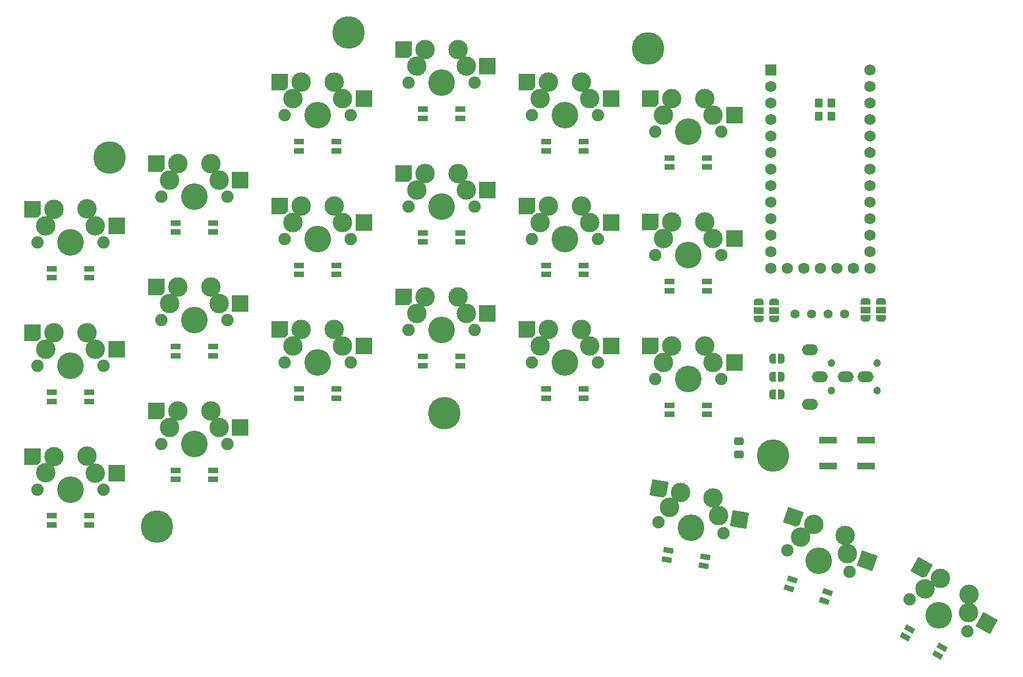
<source format=gts>
G04 #@! TF.GenerationSoftware,KiCad,Pcbnew,8.0.1*
G04 #@! TF.CreationDate,2024-05-31T00:09:47+02:00*
G04 #@! TF.ProjectId,cornia,636f726e-6961-42e6-9b69-6361645f7063,rev?*
G04 #@! TF.SameCoordinates,Original*
G04 #@! TF.FileFunction,Soldermask,Top*
G04 #@! TF.FilePolarity,Negative*
%FSLAX46Y46*%
G04 Gerber Fmt 4.6, Leading zero omitted, Abs format (unit mm)*
G04 Created by KiCad (PCBNEW 8.0.1) date 2024-05-31 00:09:47*
%MOMM*%
%LPD*%
G01*
G04 APERTURE LIST*
G04 Aperture macros list*
%AMRoundRect*
0 Rectangle with rounded corners*
0 $1 Rounding radius*
0 $2 $3 $4 $5 $6 $7 $8 $9 X,Y pos of 4 corners*
0 Add a 4 corners polygon primitive as box body*
4,1,4,$2,$3,$4,$5,$6,$7,$8,$9,$2,$3,0*
0 Add four circle primitives for the rounded corners*
1,1,$1+$1,$2,$3*
1,1,$1+$1,$4,$5*
1,1,$1+$1,$6,$7*
1,1,$1+$1,$8,$9*
0 Add four rect primitives between the rounded corners*
20,1,$1+$1,$2,$3,$4,$5,0*
20,1,$1+$1,$4,$5,$6,$7,0*
20,1,$1+$1,$6,$7,$8,$9,0*
20,1,$1+$1,$8,$9,$2,$3,0*%
%AMRotRect*
0 Rectangle, with rotation*
0 The origin of the aperture is its center*
0 $1 length*
0 $2 width*
0 $3 Rotation angle, in degrees counterclockwise*
0 Add horizontal line*
21,1,$1,$2,0,0,$3*%
%AMOutline5P*
0 Free polygon, 5 corners , with rotation*
0 The origin of the aperture is its center*
0 number of corners: always 5*
0 $1 to $10 corner X, Y*
0 $11 Rotation angle, in degrees counterclockwise*
0 create outline with 5 corners*
4,1,5,$1,$2,$3,$4,$5,$6,$7,$8,$9,$10,$1,$2,$11*%
%AMOutline6P*
0 Free polygon, 6 corners , with rotation*
0 The origin of the aperture is its center*
0 number of corners: always 6*
0 $1 to $12 corner X, Y*
0 $13 Rotation angle, in degrees counterclockwise*
0 create outline with 6 corners*
4,1,6,$1,$2,$3,$4,$5,$6,$7,$8,$9,$10,$11,$12,$1,$2,$13*%
%AMOutline7P*
0 Free polygon, 7 corners , with rotation*
0 The origin of the aperture is its center*
0 number of corners: always 7*
0 $1 to $14 corner X, Y*
0 $15 Rotation angle, in degrees counterclockwise*
0 create outline with 7 corners*
4,1,7,$1,$2,$3,$4,$5,$6,$7,$8,$9,$10,$11,$12,$13,$14,$1,$2,$15*%
%AMOutline8P*
0 Free polygon, 8 corners , with rotation*
0 The origin of the aperture is its center*
0 number of corners: always 8*
0 $1 to $16 corner X, Y*
0 $17 Rotation angle, in degrees counterclockwise*
0 create outline with 8 corners*
4,1,8,$1,$2,$3,$4,$5,$6,$7,$8,$9,$10,$11,$12,$13,$14,$15,$16,$1,$2,$17*%
%AMFreePoly0*
4,1,19,0.550000,-0.750000,0.000000,-0.750000,0.000000,-0.744911,-0.071157,-0.744911,-0.207708,-0.704816,-0.327430,-0.627875,-0.420627,-0.520320,-0.479746,-0.390866,-0.500000,-0.250000,-0.500000,0.250000,-0.479746,0.390866,-0.420627,0.520320,-0.327430,0.627875,-0.207708,0.704816,-0.071157,0.744911,0.000000,0.744911,0.000000,0.750000,0.550000,0.750000,0.550000,-0.750000,0.550000,-0.750000,
$1*%
%AMFreePoly1*
4,1,19,0.000000,0.744911,0.071157,0.744911,0.207708,0.704816,0.327430,0.627875,0.420627,0.520320,0.479746,0.390866,0.500000,0.250000,0.500000,-0.250000,0.479746,-0.390866,0.420627,-0.520320,0.327430,-0.627875,0.207708,-0.704816,0.071157,-0.744911,0.000000,-0.744911,0.000000,-0.750000,-0.550000,-0.750000,-0.550000,0.750000,0.000000,0.750000,0.000000,0.744911,0.000000,0.744911,
$1*%
%AMFreePoly2*
4,1,19,0.500000,-0.750000,0.000000,-0.750000,0.000000,-0.744911,-0.071157,-0.744911,-0.207708,-0.704816,-0.327430,-0.627875,-0.420627,-0.520320,-0.479746,-0.390866,-0.500000,-0.250000,-0.500000,0.250000,-0.479746,0.390866,-0.420627,0.520320,-0.327430,0.627875,-0.207708,0.704816,-0.071157,0.744911,0.000000,0.744911,0.000000,0.750000,0.500000,0.750000,0.500000,-0.750000,0.500000,-0.750000,
$1*%
%AMFreePoly3*
4,1,19,0.000000,0.744911,0.071157,0.744911,0.207708,0.704816,0.327430,0.627875,0.420627,0.520320,0.479746,0.390866,0.500000,0.250000,0.500000,-0.250000,0.479746,-0.390866,0.420627,-0.520320,0.327430,-0.627875,0.207708,-0.704816,0.071157,-0.744911,0.000000,-0.744911,0.000000,-0.750000,-0.500000,-0.750000,-0.500000,0.750000,0.000000,0.750000,0.000000,0.744911,0.000000,0.744911,
$1*%
G04 Aperture macros list end*
%ADD10C,1.900000*%
%ADD11C,3.000000*%
%ADD12C,4.100000*%
%ADD13R,2.550000X2.500000*%
%ADD14Outline5P,-1.275000X0.800000X-0.825000X1.250000X1.275000X1.250000X1.275000X-1.250000X-1.275000X-1.250000X180.000000*%
%ADD15R,1.540000X0.825000*%
%ADD16R,1.540000X0.822500*%
%ADD17R,2.800000X1.000000*%
%ADD18RotRect,1.540000X0.825000X150.970000*%
%ADD19RotRect,1.540000X0.822500X150.970000*%
%ADD20RotRect,2.550000X2.500000X150.970000*%
%ADD21Outline5P,-1.275000X0.800000X-0.825000X1.250000X1.275000X1.250000X1.275000X-1.250000X-1.275000X-1.250000X150.970000*%
%ADD22C,5.000000*%
%ADD23FreePoly0,90.000000*%
%ADD24R,1.500000X1.000000*%
%ADD25FreePoly1,90.000000*%
%ADD26FreePoly2,0.000000*%
%ADD27FreePoly3,0.000000*%
%ADD28RotRect,1.540000X0.825000X170.170000*%
%ADD29RotRect,1.540000X0.822500X170.170000*%
%ADD30RotRect,2.550000X2.500000X160.570000*%
%ADD31Outline5P,-1.275000X0.800000X-0.825000X1.250000X1.275000X1.250000X1.275000X-1.250000X-1.275000X-1.250000X160.570000*%
%ADD32C,1.400000*%
%ADD33C,1.200000*%
%ADD34O,2.500000X1.700000*%
%ADD35RotRect,1.540000X0.825000X160.570000*%
%ADD36RotRect,1.540000X0.822500X160.570000*%
%ADD37RoundRect,0.250000X0.350000X0.450000X-0.350000X0.450000X-0.350000X-0.450000X0.350000X-0.450000X0*%
%ADD38RoundRect,0.250000X-0.475000X0.337500X-0.475000X-0.337500X0.475000X-0.337500X0.475000X0.337500X0*%
%ADD39RotRect,2.550000X2.500000X170.171000*%
%ADD40Outline5P,-1.275000X0.800000X-0.825000X1.250000X1.275000X1.250000X1.275000X-1.250000X-1.275000X-1.250000X170.171000*%
%ADD41R,1.752600X1.752600*%
%ADD42C,1.752600*%
G04 APERTURE END LIST*
D10*
X25088600Y-92688750D03*
D11*
X26368600Y-90138750D03*
X27628600Y-87608750D03*
D12*
X30168600Y-92688750D03*
D11*
X32710912Y-87588750D03*
X33978600Y-90148750D03*
D10*
X35248600Y-92688750D03*
D13*
X37253600Y-90148750D03*
D14*
X24326600Y-87608750D03*
D10*
X120088600Y-75688750D03*
D11*
X121368600Y-73138750D03*
X122628600Y-70608750D03*
D12*
X125168600Y-75688750D03*
D11*
X127710912Y-70588750D03*
X128978600Y-73148750D03*
D10*
X130248600Y-75688750D03*
D13*
X132253600Y-73148750D03*
D14*
X119326600Y-70608750D03*
D15*
X27288600Y-79138750D03*
X27288600Y-77738750D03*
X33048600Y-77738750D03*
D16*
X33048600Y-79140000D03*
D10*
X25088600Y-73688750D03*
D11*
X26368600Y-71138750D03*
X27628600Y-68608750D03*
D12*
X30168600Y-73688750D03*
D11*
X32710912Y-68588750D03*
X33978600Y-71148750D03*
D10*
X35248600Y-73688750D03*
D13*
X37253600Y-71148750D03*
D14*
X24326600Y-68608750D03*
D17*
X152468600Y-89088750D03*
X146668600Y-89088750D03*
X152468600Y-85088750D03*
X146668600Y-85088750D03*
D18*
X158475718Y-115366473D03*
X159155093Y-114142361D03*
X164191440Y-116937501D03*
D19*
X163511458Y-118162706D03*
D15*
X46288600Y-53138750D03*
X46288600Y-51738750D03*
X52048600Y-51738750D03*
D16*
X52048600Y-53140000D03*
D10*
X159196822Y-109533591D03*
D11*
X161553442Y-107925101D03*
X163882870Y-106324393D03*
D12*
X163638600Y-111998750D03*
D11*
X168336375Y-108773186D03*
X168202513Y-111626730D03*
D10*
X168080378Y-114463909D03*
D20*
X171066061Y-113215981D03*
D21*
X160995714Y-104722039D03*
D22*
X87668600Y-80938750D03*
D15*
X103288600Y-78638750D03*
X103288600Y-77238750D03*
X109048600Y-77238750D03*
D16*
X109048600Y-78640000D03*
D23*
X138368600Y-66488750D03*
D24*
X138368600Y-65188750D03*
D25*
X138368600Y-63888750D03*
D26*
X138118600Y-78088750D03*
D27*
X139418600Y-78088750D03*
D22*
X72918600Y-22438750D03*
D23*
X154768600Y-66388750D03*
D24*
X154768600Y-65088750D03*
D25*
X154768600Y-63788750D03*
D15*
X84288600Y-73638750D03*
X84288600Y-72238750D03*
X90048600Y-72238750D03*
D16*
X90048600Y-73640000D03*
D15*
X122288600Y-43138750D03*
X122288600Y-41738750D03*
X128048600Y-41738750D03*
D16*
X128048600Y-43140000D03*
D22*
X138168600Y-87438750D03*
D28*
X121810429Y-103457048D03*
X122049444Y-102077602D03*
X127724879Y-103060980D03*
D29*
X127485650Y-104441658D03*
D10*
X82088600Y-30188750D03*
D11*
X83368600Y-27638750D03*
X84628600Y-25108750D03*
D12*
X87168600Y-30188750D03*
D11*
X89710912Y-25088750D03*
X90978600Y-27648750D03*
D10*
X92248600Y-30188750D03*
D13*
X94253600Y-27648750D03*
D14*
X81326600Y-25108750D03*
D15*
X65288600Y-59638750D03*
X65288600Y-58238750D03*
X71048600Y-58238750D03*
D16*
X71048600Y-59640000D03*
D10*
X140377913Y-101998863D03*
D11*
X142433285Y-100019887D03*
X144463144Y-98053119D03*
D12*
X145168600Y-103688750D03*
D11*
X149262664Y-99724915D03*
X149606559Y-102560822D03*
D10*
X149959287Y-105378637D03*
D30*
X152695043Y-103650267D03*
D31*
X141349197Y-96954693D03*
D10*
X63088600Y-35188750D03*
D11*
X64368600Y-32638750D03*
X65628600Y-30108750D03*
D12*
X68168600Y-35188750D03*
D11*
X70710912Y-30088750D03*
X71978600Y-32648750D03*
D10*
X73248600Y-35188750D03*
D13*
X75253600Y-32648750D03*
D14*
X62326600Y-30108750D03*
D10*
X82088600Y-68188750D03*
D11*
X83368600Y-65638750D03*
X84628600Y-63108750D03*
D12*
X87168600Y-68188750D03*
D11*
X89710912Y-63088750D03*
X90978600Y-65648750D03*
D10*
X92248600Y-68188750D03*
D13*
X94253600Y-65648750D03*
D14*
X81326600Y-63108750D03*
D32*
X141588600Y-65708750D03*
X144128600Y-65708750D03*
X146668600Y-65708750D03*
X149208600Y-65708750D03*
D22*
X36168600Y-41688750D03*
D10*
X44088600Y-85688750D03*
D11*
X45368600Y-83138750D03*
X46628600Y-80608750D03*
D12*
X49168600Y-85688750D03*
D11*
X51710912Y-80588750D03*
X52978600Y-83148750D03*
D10*
X54248600Y-85688750D03*
D13*
X56253600Y-83148750D03*
D14*
X43326600Y-80608750D03*
D33*
X154168600Y-73288750D03*
X147168600Y-73288750D03*
X154168600Y-77488750D03*
X147168600Y-77488750D03*
D34*
X145368600Y-75388750D03*
X149368600Y-75388750D03*
X152368600Y-75388750D03*
X143868600Y-71188750D03*
X143868600Y-79588750D03*
D26*
X138118600Y-75338750D03*
D27*
X139418600Y-75338750D03*
D15*
X84288600Y-54638750D03*
X84288600Y-53238750D03*
X90048600Y-53238750D03*
D16*
X90048600Y-54640000D03*
D10*
X120088600Y-37688750D03*
D11*
X121368600Y-35138750D03*
X122628600Y-32608750D03*
D12*
X125168600Y-37688750D03*
D11*
X127710912Y-32588750D03*
X128978600Y-35148750D03*
D10*
X130248600Y-37688750D03*
D13*
X132253600Y-35148750D03*
D14*
X119326600Y-32608750D03*
D15*
X122288600Y-81138750D03*
X122288600Y-79738750D03*
X128048600Y-79738750D03*
D16*
X128048600Y-81140000D03*
D35*
X140639651Y-107870319D03*
X141105367Y-106550051D03*
X146537327Y-108466143D03*
D36*
X146071195Y-109787590D03*
D15*
X65288600Y-78638750D03*
X65288600Y-77238750D03*
X71048600Y-77238750D03*
D16*
X71048600Y-78640000D03*
D37*
X147168600Y-33288750D03*
X145168600Y-33288750D03*
D38*
X132968600Y-85251250D03*
X132968600Y-87326250D03*
D10*
X63088600Y-54188750D03*
D11*
X64368600Y-51638750D03*
X65628600Y-49108750D03*
D12*
X68168600Y-54188750D03*
D11*
X70710912Y-49088750D03*
X71978600Y-51648750D03*
D10*
X73248600Y-54188750D03*
D13*
X75253600Y-51648750D03*
D14*
X62326600Y-49108750D03*
D10*
X101088600Y-73188750D03*
D11*
X102368600Y-70638750D03*
X103628600Y-68108750D03*
D12*
X106168600Y-73188750D03*
D11*
X108710912Y-68088750D03*
X109978600Y-70648750D03*
D10*
X111248600Y-73188750D03*
D13*
X113253600Y-70648750D03*
D14*
X100326600Y-68108750D03*
D15*
X65288600Y-40638750D03*
X65288600Y-39238750D03*
X71048600Y-39238750D03*
D16*
X71048600Y-40640000D03*
D10*
X101088600Y-35188750D03*
D11*
X102368600Y-32638750D03*
X103628600Y-30108750D03*
D12*
X106168600Y-35188750D03*
D11*
X108710912Y-30088750D03*
X109978600Y-32648750D03*
D10*
X111248600Y-35188750D03*
D13*
X113253600Y-32648750D03*
D14*
X100326600Y-30108750D03*
D10*
X120573166Y-97711552D03*
D11*
X122269684Y-95417489D03*
X123943081Y-93139717D03*
D12*
X125578600Y-98578750D03*
D11*
X128954207Y-93987603D03*
X129766274Y-96726431D03*
D10*
X130584034Y-99445948D03*
D39*
X132993203Y-97285501D03*
D40*
X120689549Y-92576039D03*
D10*
X120088600Y-56688750D03*
D11*
X121368600Y-54138750D03*
X122628600Y-51608750D03*
D12*
X125168600Y-56688750D03*
D11*
X127710912Y-51588750D03*
X128978600Y-54148750D03*
D10*
X130248600Y-56688750D03*
D13*
X132253600Y-54148750D03*
D14*
X119326600Y-51608750D03*
D10*
X25088600Y-54688750D03*
D11*
X26368600Y-52138750D03*
X27628600Y-49608750D03*
D12*
X30168600Y-54688750D03*
D11*
X32710912Y-49588750D03*
X33978600Y-52148750D03*
D10*
X35248600Y-54688750D03*
D13*
X37253600Y-52148750D03*
D14*
X24326600Y-49608750D03*
D26*
X138118600Y-72588750D03*
D27*
X139418600Y-72588750D03*
D15*
X103288600Y-59638750D03*
X103288600Y-58238750D03*
X109048600Y-58238750D03*
D16*
X109048600Y-59640000D03*
D22*
X43418600Y-98438750D03*
D10*
X44088600Y-66688750D03*
D11*
X45368600Y-64138750D03*
X46628600Y-61608750D03*
D12*
X49168600Y-66688750D03*
D11*
X51710912Y-61588750D03*
X52978600Y-64148750D03*
D10*
X54248600Y-66688750D03*
D13*
X56253600Y-64148750D03*
D14*
X43326600Y-61608750D03*
D15*
X103288600Y-40638750D03*
X103288600Y-39238750D03*
X109048600Y-39238750D03*
D16*
X109048600Y-40640000D03*
D15*
X122288600Y-62138750D03*
X122288600Y-60738750D03*
X128048600Y-60738750D03*
D16*
X128048600Y-62140000D03*
D23*
X135968600Y-66488750D03*
D24*
X135968600Y-65188750D03*
D25*
X135968600Y-63888750D03*
D10*
X44088600Y-47688750D03*
D11*
X45368600Y-45138750D03*
X46628600Y-42608750D03*
D12*
X49168600Y-47688750D03*
D11*
X51710912Y-42588750D03*
X52978600Y-45148750D03*
D10*
X54248600Y-47688750D03*
D13*
X56253600Y-45148750D03*
D14*
X43326600Y-42608750D03*
D15*
X27288600Y-98138750D03*
X27288600Y-96738750D03*
X33048600Y-96738750D03*
D16*
X33048600Y-98140000D03*
D15*
X46288600Y-91138750D03*
X46288600Y-89738750D03*
X52048600Y-89738750D03*
D16*
X52048600Y-91140000D03*
D15*
X46288600Y-72138750D03*
X46288600Y-70738750D03*
X52048600Y-70738750D03*
D16*
X52048600Y-72140000D03*
D22*
X118918600Y-24938750D03*
D10*
X63088600Y-73188750D03*
D11*
X64368600Y-70638750D03*
X65628600Y-68108750D03*
D12*
X68168600Y-73188750D03*
D11*
X70710912Y-68088750D03*
X71978600Y-70648750D03*
D10*
X73248600Y-73188750D03*
D13*
X75253600Y-70648750D03*
D14*
X62326600Y-68108750D03*
D37*
X147168600Y-35288750D03*
X145168600Y-35288750D03*
D15*
X27288600Y-60138750D03*
X27288600Y-58738750D03*
X33048600Y-58738750D03*
D16*
X33048600Y-60140000D03*
D41*
X137798600Y-28198650D03*
D42*
X137798600Y-30738750D03*
X137798600Y-33278750D03*
X137798600Y-35818750D03*
X137798600Y-38358750D03*
X137798600Y-40898750D03*
X137798600Y-43438750D03*
X137798600Y-45978750D03*
X137798600Y-48518750D03*
X137798600Y-51058750D03*
X137798600Y-53598750D03*
X137798600Y-56138750D03*
X137798200Y-58678750D03*
X140338600Y-58678750D03*
X142878600Y-58678750D03*
X145418600Y-58678750D03*
X147958600Y-58678750D03*
X150498600Y-58678750D03*
X153038600Y-58678750D03*
X153038600Y-56138750D03*
X153038600Y-53598750D03*
X153038600Y-51058750D03*
X153038600Y-48518750D03*
X153038600Y-45978750D03*
X153038600Y-43438750D03*
X153038600Y-40898750D03*
X153038600Y-38358750D03*
X153038600Y-35818750D03*
X153038600Y-33278750D03*
X153038600Y-30738750D03*
X153038600Y-28198650D03*
D10*
X101088600Y-54188750D03*
D11*
X102368600Y-51638750D03*
X103628600Y-49108750D03*
D12*
X106168600Y-54188750D03*
D11*
X108710912Y-49088750D03*
X109978600Y-51648750D03*
D10*
X111248600Y-54188750D03*
D13*
X113253600Y-51648750D03*
D14*
X100326600Y-49108750D03*
D15*
X84288600Y-35638750D03*
X84288600Y-34238750D03*
X90048600Y-34238750D03*
D16*
X90048600Y-35640000D03*
D10*
X82088600Y-49188750D03*
D11*
X83368600Y-46638750D03*
X84628600Y-44108750D03*
D12*
X87168600Y-49188750D03*
D11*
X89710912Y-44088750D03*
X90978600Y-46648750D03*
D10*
X92248600Y-49188750D03*
D13*
X94253600Y-46648750D03*
D14*
X81326600Y-44108750D03*
D23*
X152368600Y-66388750D03*
D24*
X152368600Y-65088750D03*
D25*
X152368600Y-63788750D03*
M02*

</source>
